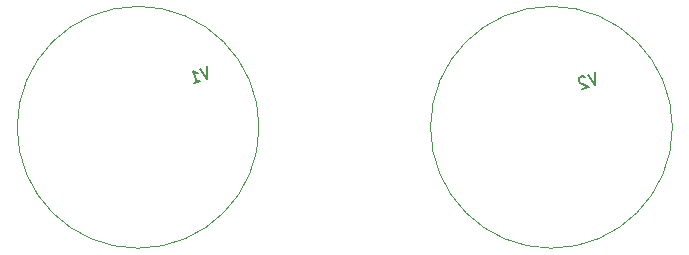
<source format=gbr>
%TF.GenerationSoftware,KiCad,Pcbnew,(5.1.6)-1*%
%TF.CreationDate,2020-10-25T19:30:32+00:00*%
%TF.ProjectId,QuadNew1 - Copy,51756164-4e65-4773-9120-2d20436f7079,rev?*%
%TF.SameCoordinates,Original*%
%TF.FileFunction,Legend,Bot*%
%TF.FilePolarity,Positive*%
%FSLAX46Y46*%
G04 Gerber Fmt 4.6, Leading zero omitted, Abs format (unit mm)*
G04 Created by KiCad (PCBNEW (5.1.6)-1) date 2020-10-25 19:30:32*
%MOMM*%
%LPD*%
G01*
G04 APERTURE LIST*
%ADD10C,0.120000*%
%ADD11C,0.150000*%
G04 APERTURE END LIST*
D10*
%TO.C,V1*%
X58539067Y-69300000D02*
G75*
G03*
X58539067Y-69300000I-10239067J0D01*
G01*
%TO.C,V2*%
X93539067Y-69300000D02*
G75*
G03*
X93539067Y-69300000I-10239067J0D01*
G01*
%TO.C,V1*%
D11*
X54154985Y-64151085D02*
X54146983Y-65205147D01*
X53520947Y-64357097D01*
X53014773Y-65573025D02*
X53558234Y-65396444D01*
X53286503Y-65484734D02*
X52977486Y-64533678D01*
X53112208Y-64640113D01*
X53232215Y-64701259D01*
X53337507Y-64717118D01*
%TO.C,V2*%
X87010679Y-64649026D02*
X87002677Y-65703088D01*
X86376641Y-64855038D01*
X86134341Y-65033905D02*
X86074337Y-65003332D01*
X85969045Y-64987473D01*
X85742603Y-65061049D01*
X85666742Y-65135767D01*
X85636168Y-65195771D01*
X85620310Y-65301063D01*
X85649740Y-65391640D01*
X85739174Y-65512790D01*
X86459216Y-65879670D01*
X85870467Y-66070966D01*
%TD*%
M02*

</source>
